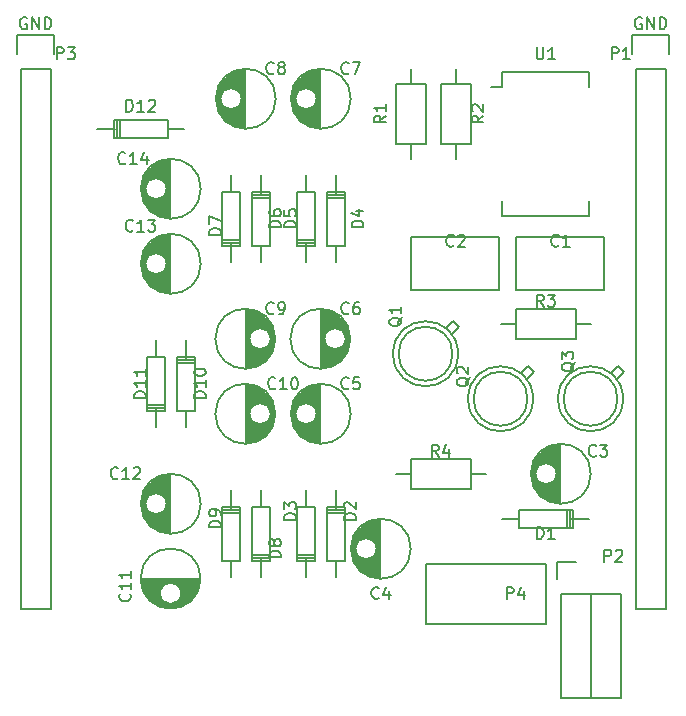
<source format=gbr>
G04 #@! TF.FileFunction,Legend,Top*
%FSLAX46Y46*%
G04 Gerber Fmt 4.6, Leading zero omitted, Abs format (unit mm)*
G04 Created by KiCad (PCBNEW 4.0.3+e1-6302~38~ubuntu16.04.1-stable) date Thu Aug 25 17:13:56 2016*
%MOMM*%
%LPD*%
G01*
G04 APERTURE LIST*
%ADD10C,0.100000*%
%ADD11C,0.150000*%
G04 APERTURE END LIST*
D10*
D11*
X114320000Y-51090000D02*
X121820000Y-51090000D01*
X121820000Y-51090000D02*
X121820000Y-55590000D01*
X121820000Y-55590000D02*
X114320000Y-55590000D01*
X114320000Y-55590000D02*
X114320000Y-51090000D01*
X105430000Y-51090000D02*
X112930000Y-51090000D01*
X112930000Y-51090000D02*
X112930000Y-55590000D01*
X112930000Y-55590000D02*
X105430000Y-55590000D01*
X105430000Y-55590000D02*
X105430000Y-51090000D01*
X114553480Y-74932540D02*
X113156480Y-74932540D01*
X118998480Y-74932540D02*
X120522480Y-74932540D01*
X118617480Y-75694540D02*
X118617480Y-74170540D01*
X118871480Y-75694540D02*
X118871480Y-74170540D01*
X119125480Y-74932540D02*
X119125480Y-74170540D01*
X119125480Y-74170540D02*
X114553480Y-74170540D01*
X114553480Y-74170540D02*
X114553480Y-75694540D01*
X114553480Y-75694540D02*
X119125480Y-75694540D01*
X119125480Y-75694540D02*
X119125480Y-74932540D01*
X99062540Y-78486520D02*
X99062540Y-79883520D01*
X99062540Y-74041520D02*
X99062540Y-72517520D01*
X99824540Y-74422520D02*
X98300540Y-74422520D01*
X99824540Y-74168520D02*
X98300540Y-74168520D01*
X99062540Y-73914520D02*
X98300540Y-73914520D01*
X98300540Y-73914520D02*
X98300540Y-78486520D01*
X98300540Y-78486520D02*
X99824540Y-78486520D01*
X99824540Y-78486520D02*
X99824540Y-73914520D01*
X99824540Y-73914520D02*
X99062540Y-73914520D01*
X96517460Y-73913480D02*
X96517460Y-72516480D01*
X96517460Y-78358480D02*
X96517460Y-79882480D01*
X95755460Y-77977480D02*
X97279460Y-77977480D01*
X95755460Y-78231480D02*
X97279460Y-78231480D01*
X96517460Y-78485480D02*
X97279460Y-78485480D01*
X97279460Y-78485480D02*
X97279460Y-73913480D01*
X97279460Y-73913480D02*
X95755460Y-73913480D01*
X95755460Y-73913480D02*
X95755460Y-78485480D01*
X95755460Y-78485480D02*
X96517460Y-78485480D01*
X99062540Y-51816520D02*
X99062540Y-53213520D01*
X99062540Y-47371520D02*
X99062540Y-45847520D01*
X99824540Y-47752520D02*
X98300540Y-47752520D01*
X99824540Y-47498520D02*
X98300540Y-47498520D01*
X99062540Y-47244520D02*
X98300540Y-47244520D01*
X98300540Y-47244520D02*
X98300540Y-51816520D01*
X98300540Y-51816520D02*
X99824540Y-51816520D01*
X99824540Y-51816520D02*
X99824540Y-47244520D01*
X99824540Y-47244520D02*
X99062540Y-47244520D01*
X96517460Y-47243480D02*
X96517460Y-45846480D01*
X96517460Y-51688480D02*
X96517460Y-53212480D01*
X95755460Y-51307480D02*
X97279460Y-51307480D01*
X95755460Y-51561480D02*
X97279460Y-51561480D01*
X96517460Y-51815480D02*
X97279460Y-51815480D01*
X97279460Y-51815480D02*
X97279460Y-47243480D01*
X97279460Y-47243480D02*
X95755460Y-47243480D01*
X95755460Y-47243480D02*
X95755460Y-51815480D01*
X95755460Y-51815480D02*
X96517460Y-51815480D01*
X90167460Y-47243480D02*
X90167460Y-45846480D01*
X90167460Y-51688480D02*
X90167460Y-53212480D01*
X89405460Y-51307480D02*
X90929460Y-51307480D01*
X89405460Y-51561480D02*
X90929460Y-51561480D01*
X90167460Y-51815480D02*
X90929460Y-51815480D01*
X90929460Y-51815480D02*
X90929460Y-47243480D01*
X90929460Y-47243480D02*
X89405460Y-47243480D01*
X89405460Y-47243480D02*
X89405460Y-51815480D01*
X89405460Y-51815480D02*
X90167460Y-51815480D01*
X92712540Y-51816520D02*
X92712540Y-53213520D01*
X92712540Y-47371520D02*
X92712540Y-45847520D01*
X93474540Y-47752520D02*
X91950540Y-47752520D01*
X93474540Y-47498520D02*
X91950540Y-47498520D01*
X92712540Y-47244520D02*
X91950540Y-47244520D01*
X91950540Y-47244520D02*
X91950540Y-51816520D01*
X91950540Y-51816520D02*
X93474540Y-51816520D01*
X93474540Y-51816520D02*
X93474540Y-47244520D01*
X93474540Y-47244520D02*
X92712540Y-47244520D01*
X92707460Y-73913480D02*
X92707460Y-72516480D01*
X92707460Y-78358480D02*
X92707460Y-79882480D01*
X91945460Y-77977480D02*
X93469460Y-77977480D01*
X91945460Y-78231480D02*
X93469460Y-78231480D01*
X92707460Y-78485480D02*
X93469460Y-78485480D01*
X93469460Y-78485480D02*
X93469460Y-73913480D01*
X93469460Y-73913480D02*
X91945460Y-73913480D01*
X91945460Y-73913480D02*
X91945460Y-78485480D01*
X91945460Y-78485480D02*
X92707460Y-78485480D01*
X90172540Y-78486520D02*
X90172540Y-79883520D01*
X90172540Y-74041520D02*
X90172540Y-72517520D01*
X90934540Y-74422520D02*
X89410540Y-74422520D01*
X90934540Y-74168520D02*
X89410540Y-74168520D01*
X90172540Y-73914520D02*
X89410540Y-73914520D01*
X89410540Y-73914520D02*
X89410540Y-78486520D01*
X89410540Y-78486520D02*
X90934540Y-78486520D01*
X90934540Y-78486520D02*
X90934540Y-73914520D01*
X90934540Y-73914520D02*
X90172540Y-73914520D01*
X86362540Y-65786520D02*
X86362540Y-67183520D01*
X86362540Y-61341520D02*
X86362540Y-59817520D01*
X87124540Y-61722520D02*
X85600540Y-61722520D01*
X87124540Y-61468520D02*
X85600540Y-61468520D01*
X86362540Y-61214520D02*
X85600540Y-61214520D01*
X85600540Y-61214520D02*
X85600540Y-65786520D01*
X85600540Y-65786520D02*
X87124540Y-65786520D01*
X87124540Y-65786520D02*
X87124540Y-61214520D01*
X87124540Y-61214520D02*
X86362540Y-61214520D01*
X83817460Y-61213480D02*
X83817460Y-59816480D01*
X83817460Y-65658480D02*
X83817460Y-67182480D01*
X83055460Y-65277480D02*
X84579460Y-65277480D01*
X83055460Y-65531480D02*
X84579460Y-65531480D01*
X83817460Y-65785480D02*
X84579460Y-65785480D01*
X84579460Y-65785480D02*
X84579460Y-61213480D01*
X84579460Y-61213480D02*
X83055460Y-61213480D01*
X83055460Y-61213480D02*
X83055460Y-65785480D01*
X83055460Y-65785480D02*
X83817460Y-65785480D01*
X84836520Y-41907460D02*
X86233520Y-41907460D01*
X80391520Y-41907460D02*
X78867520Y-41907460D01*
X80772520Y-41145460D02*
X80772520Y-42669460D01*
X80518520Y-41145460D02*
X80518520Y-42669460D01*
X80264520Y-41907460D02*
X80264520Y-42669460D01*
X80264520Y-42669460D02*
X84836520Y-42669460D01*
X84836520Y-42669460D02*
X84836520Y-41145460D01*
X84836520Y-41145460D02*
X80264520Y-41145460D01*
X80264520Y-41145460D02*
X80264520Y-41907460D01*
X106680000Y-38100000D02*
X106680000Y-43180000D01*
X106680000Y-43180000D02*
X104140000Y-43180000D01*
X104140000Y-43180000D02*
X104140000Y-38100000D01*
X104140000Y-38100000D02*
X106680000Y-38100000D01*
X105410000Y-38100000D02*
X105410000Y-36830000D01*
X105410000Y-43180000D02*
X105410000Y-44450000D01*
X110490000Y-38100000D02*
X110490000Y-43180000D01*
X110490000Y-43180000D02*
X107950000Y-43180000D01*
X107950000Y-43180000D02*
X107950000Y-38100000D01*
X107950000Y-38100000D02*
X110490000Y-38100000D01*
X109220000Y-38100000D02*
X109220000Y-36830000D01*
X109220000Y-43180000D02*
X109220000Y-44450000D01*
X114300000Y-57150000D02*
X119380000Y-57150000D01*
X119380000Y-57150000D02*
X119380000Y-59690000D01*
X119380000Y-59690000D02*
X114300000Y-59690000D01*
X114300000Y-59690000D02*
X114300000Y-57150000D01*
X114300000Y-58420000D02*
X113030000Y-58420000D01*
X119380000Y-58420000D02*
X120650000Y-58420000D01*
X110490000Y-72390000D02*
X105410000Y-72390000D01*
X105410000Y-72390000D02*
X105410000Y-69850000D01*
X105410000Y-69850000D02*
X110490000Y-69850000D01*
X110490000Y-69850000D02*
X110490000Y-72390000D01*
X110490000Y-71120000D02*
X111760000Y-71120000D01*
X105410000Y-71120000D02*
X104140000Y-71120000D01*
X113165000Y-37075000D02*
X113165000Y-38345000D01*
X120515000Y-37075000D02*
X120515000Y-38345000D01*
X120515000Y-49285000D02*
X120515000Y-48015000D01*
X113165000Y-49285000D02*
X113165000Y-48015000D01*
X113165000Y-37075000D02*
X120515000Y-37075000D01*
X113165000Y-49285000D02*
X120515000Y-49285000D01*
X113165000Y-38345000D02*
X112230000Y-38345000D01*
X85035000Y-49489000D02*
X85035000Y-44491000D01*
X84895000Y-49481000D02*
X84895000Y-44499000D01*
X84755000Y-49465000D02*
X84755000Y-47085000D01*
X84755000Y-46895000D02*
X84755000Y-44515000D01*
X84615000Y-49441000D02*
X84615000Y-47480000D01*
X84615000Y-46500000D02*
X84615000Y-44539000D01*
X84475000Y-49408000D02*
X84475000Y-47647000D01*
X84475000Y-46333000D02*
X84475000Y-44572000D01*
X84335000Y-49367000D02*
X84335000Y-47754000D01*
X84335000Y-46226000D02*
X84335000Y-44613000D01*
X84195000Y-49317000D02*
X84195000Y-47825000D01*
X84195000Y-46155000D02*
X84195000Y-44663000D01*
X84055000Y-49256000D02*
X84055000Y-47869000D01*
X84055000Y-46111000D02*
X84055000Y-44724000D01*
X83915000Y-49186000D02*
X83915000Y-47888000D01*
X83915000Y-46092000D02*
X83915000Y-44794000D01*
X83775000Y-49104000D02*
X83775000Y-47886000D01*
X83775000Y-46094000D02*
X83775000Y-44876000D01*
X83635000Y-49009000D02*
X83635000Y-47861000D01*
X83635000Y-46119000D02*
X83635000Y-44971000D01*
X83495000Y-48898000D02*
X83495000Y-47813000D01*
X83495000Y-46167000D02*
X83495000Y-45082000D01*
X83355000Y-48770000D02*
X83355000Y-47735000D01*
X83355000Y-46245000D02*
X83355000Y-45210000D01*
X83215000Y-48621000D02*
X83215000Y-47618000D01*
X83215000Y-46362000D02*
X83215000Y-45359000D01*
X83075000Y-48442000D02*
X83075000Y-47430000D01*
X83075000Y-46550000D02*
X83075000Y-45538000D01*
X82935000Y-48223000D02*
X82935000Y-45757000D01*
X82795000Y-47934000D02*
X82795000Y-46046000D01*
X82655000Y-47462000D02*
X82655000Y-46518000D01*
X84760000Y-46990000D02*
G75*
G03X84760000Y-46990000I-900000J0D01*
G01*
X87647500Y-46990000D02*
G75*
G03X87647500Y-46990000I-2537500J0D01*
G01*
X85035000Y-55839000D02*
X85035000Y-50841000D01*
X84895000Y-55831000D02*
X84895000Y-50849000D01*
X84755000Y-55815000D02*
X84755000Y-53435000D01*
X84755000Y-53245000D02*
X84755000Y-50865000D01*
X84615000Y-55791000D02*
X84615000Y-53830000D01*
X84615000Y-52850000D02*
X84615000Y-50889000D01*
X84475000Y-55758000D02*
X84475000Y-53997000D01*
X84475000Y-52683000D02*
X84475000Y-50922000D01*
X84335000Y-55717000D02*
X84335000Y-54104000D01*
X84335000Y-52576000D02*
X84335000Y-50963000D01*
X84195000Y-55667000D02*
X84195000Y-54175000D01*
X84195000Y-52505000D02*
X84195000Y-51013000D01*
X84055000Y-55606000D02*
X84055000Y-54219000D01*
X84055000Y-52461000D02*
X84055000Y-51074000D01*
X83915000Y-55536000D02*
X83915000Y-54238000D01*
X83915000Y-52442000D02*
X83915000Y-51144000D01*
X83775000Y-55454000D02*
X83775000Y-54236000D01*
X83775000Y-52444000D02*
X83775000Y-51226000D01*
X83635000Y-55359000D02*
X83635000Y-54211000D01*
X83635000Y-52469000D02*
X83635000Y-51321000D01*
X83495000Y-55248000D02*
X83495000Y-54163000D01*
X83495000Y-52517000D02*
X83495000Y-51432000D01*
X83355000Y-55120000D02*
X83355000Y-54085000D01*
X83355000Y-52595000D02*
X83355000Y-51560000D01*
X83215000Y-54971000D02*
X83215000Y-53968000D01*
X83215000Y-52712000D02*
X83215000Y-51709000D01*
X83075000Y-54792000D02*
X83075000Y-53780000D01*
X83075000Y-52900000D02*
X83075000Y-51888000D01*
X82935000Y-54573000D02*
X82935000Y-52107000D01*
X82795000Y-54284000D02*
X82795000Y-52396000D01*
X82655000Y-53812000D02*
X82655000Y-52868000D01*
X84760000Y-53340000D02*
G75*
G03X84760000Y-53340000I-900000J0D01*
G01*
X87647500Y-53340000D02*
G75*
G03X87647500Y-53340000I-2537500J0D01*
G01*
X85035000Y-76159000D02*
X85035000Y-71161000D01*
X84895000Y-76151000D02*
X84895000Y-71169000D01*
X84755000Y-76135000D02*
X84755000Y-73755000D01*
X84755000Y-73565000D02*
X84755000Y-71185000D01*
X84615000Y-76111000D02*
X84615000Y-74150000D01*
X84615000Y-73170000D02*
X84615000Y-71209000D01*
X84475000Y-76078000D02*
X84475000Y-74317000D01*
X84475000Y-73003000D02*
X84475000Y-71242000D01*
X84335000Y-76037000D02*
X84335000Y-74424000D01*
X84335000Y-72896000D02*
X84335000Y-71283000D01*
X84195000Y-75987000D02*
X84195000Y-74495000D01*
X84195000Y-72825000D02*
X84195000Y-71333000D01*
X84055000Y-75926000D02*
X84055000Y-74539000D01*
X84055000Y-72781000D02*
X84055000Y-71394000D01*
X83915000Y-75856000D02*
X83915000Y-74558000D01*
X83915000Y-72762000D02*
X83915000Y-71464000D01*
X83775000Y-75774000D02*
X83775000Y-74556000D01*
X83775000Y-72764000D02*
X83775000Y-71546000D01*
X83635000Y-75679000D02*
X83635000Y-74531000D01*
X83635000Y-72789000D02*
X83635000Y-71641000D01*
X83495000Y-75568000D02*
X83495000Y-74483000D01*
X83495000Y-72837000D02*
X83495000Y-71752000D01*
X83355000Y-75440000D02*
X83355000Y-74405000D01*
X83355000Y-72915000D02*
X83355000Y-71880000D01*
X83215000Y-75291000D02*
X83215000Y-74288000D01*
X83215000Y-73032000D02*
X83215000Y-72029000D01*
X83075000Y-75112000D02*
X83075000Y-74100000D01*
X83075000Y-73220000D02*
X83075000Y-72208000D01*
X82935000Y-74893000D02*
X82935000Y-72427000D01*
X82795000Y-74604000D02*
X82795000Y-72716000D01*
X82655000Y-74132000D02*
X82655000Y-73188000D01*
X84760000Y-73660000D02*
G75*
G03X84760000Y-73660000I-900000J0D01*
G01*
X87647500Y-73660000D02*
G75*
G03X87647500Y-73660000I-2537500J0D01*
G01*
X87589000Y-80065000D02*
X82591000Y-80065000D01*
X87581000Y-80205000D02*
X82599000Y-80205000D01*
X87565000Y-80345000D02*
X85185000Y-80345000D01*
X84995000Y-80345000D02*
X82615000Y-80345000D01*
X87541000Y-80485000D02*
X85580000Y-80485000D01*
X84600000Y-80485000D02*
X82639000Y-80485000D01*
X87508000Y-80625000D02*
X85747000Y-80625000D01*
X84433000Y-80625000D02*
X82672000Y-80625000D01*
X87467000Y-80765000D02*
X85854000Y-80765000D01*
X84326000Y-80765000D02*
X82713000Y-80765000D01*
X87417000Y-80905000D02*
X85925000Y-80905000D01*
X84255000Y-80905000D02*
X82763000Y-80905000D01*
X87356000Y-81045000D02*
X85969000Y-81045000D01*
X84211000Y-81045000D02*
X82824000Y-81045000D01*
X87286000Y-81185000D02*
X85988000Y-81185000D01*
X84192000Y-81185000D02*
X82894000Y-81185000D01*
X87204000Y-81325000D02*
X85986000Y-81325000D01*
X84194000Y-81325000D02*
X82976000Y-81325000D01*
X87109000Y-81465000D02*
X85961000Y-81465000D01*
X84219000Y-81465000D02*
X83071000Y-81465000D01*
X86998000Y-81605000D02*
X85913000Y-81605000D01*
X84267000Y-81605000D02*
X83182000Y-81605000D01*
X86870000Y-81745000D02*
X85835000Y-81745000D01*
X84345000Y-81745000D02*
X83310000Y-81745000D01*
X86721000Y-81885000D02*
X85718000Y-81885000D01*
X84462000Y-81885000D02*
X83459000Y-81885000D01*
X86542000Y-82025000D02*
X85530000Y-82025000D01*
X84650000Y-82025000D02*
X83638000Y-82025000D01*
X86323000Y-82165000D02*
X83857000Y-82165000D01*
X86034000Y-82305000D02*
X84146000Y-82305000D01*
X85562000Y-82445000D02*
X84618000Y-82445000D01*
X85990000Y-81240000D02*
G75*
G03X85990000Y-81240000I-900000J0D01*
G01*
X87627500Y-79990000D02*
G75*
G03X87627500Y-79990000I-2537500J0D01*
G01*
X91495000Y-63541000D02*
X91495000Y-68539000D01*
X91635000Y-63549000D02*
X91635000Y-68531000D01*
X91775000Y-63565000D02*
X91775000Y-65945000D01*
X91775000Y-66135000D02*
X91775000Y-68515000D01*
X91915000Y-63589000D02*
X91915000Y-65550000D01*
X91915000Y-66530000D02*
X91915000Y-68491000D01*
X92055000Y-63622000D02*
X92055000Y-65383000D01*
X92055000Y-66697000D02*
X92055000Y-68458000D01*
X92195000Y-63663000D02*
X92195000Y-65276000D01*
X92195000Y-66804000D02*
X92195000Y-68417000D01*
X92335000Y-63713000D02*
X92335000Y-65205000D01*
X92335000Y-66875000D02*
X92335000Y-68367000D01*
X92475000Y-63774000D02*
X92475000Y-65161000D01*
X92475000Y-66919000D02*
X92475000Y-68306000D01*
X92615000Y-63844000D02*
X92615000Y-65142000D01*
X92615000Y-66938000D02*
X92615000Y-68236000D01*
X92755000Y-63926000D02*
X92755000Y-65144000D01*
X92755000Y-66936000D02*
X92755000Y-68154000D01*
X92895000Y-64021000D02*
X92895000Y-65169000D01*
X92895000Y-66911000D02*
X92895000Y-68059000D01*
X93035000Y-64132000D02*
X93035000Y-65217000D01*
X93035000Y-66863000D02*
X93035000Y-67948000D01*
X93175000Y-64260000D02*
X93175000Y-65295000D01*
X93175000Y-66785000D02*
X93175000Y-67820000D01*
X93315000Y-64409000D02*
X93315000Y-65412000D01*
X93315000Y-66668000D02*
X93315000Y-67671000D01*
X93455000Y-64588000D02*
X93455000Y-65600000D01*
X93455000Y-66480000D02*
X93455000Y-67492000D01*
X93595000Y-64807000D02*
X93595000Y-67273000D01*
X93735000Y-65096000D02*
X93735000Y-66984000D01*
X93875000Y-65568000D02*
X93875000Y-66512000D01*
X93570000Y-66040000D02*
G75*
G03X93570000Y-66040000I-900000J0D01*
G01*
X93957500Y-66040000D02*
G75*
G03X93957500Y-66040000I-2537500J0D01*
G01*
X91495000Y-57191000D02*
X91495000Y-62189000D01*
X91635000Y-57199000D02*
X91635000Y-62181000D01*
X91775000Y-57215000D02*
X91775000Y-59595000D01*
X91775000Y-59785000D02*
X91775000Y-62165000D01*
X91915000Y-57239000D02*
X91915000Y-59200000D01*
X91915000Y-60180000D02*
X91915000Y-62141000D01*
X92055000Y-57272000D02*
X92055000Y-59033000D01*
X92055000Y-60347000D02*
X92055000Y-62108000D01*
X92195000Y-57313000D02*
X92195000Y-58926000D01*
X92195000Y-60454000D02*
X92195000Y-62067000D01*
X92335000Y-57363000D02*
X92335000Y-58855000D01*
X92335000Y-60525000D02*
X92335000Y-62017000D01*
X92475000Y-57424000D02*
X92475000Y-58811000D01*
X92475000Y-60569000D02*
X92475000Y-61956000D01*
X92615000Y-57494000D02*
X92615000Y-58792000D01*
X92615000Y-60588000D02*
X92615000Y-61886000D01*
X92755000Y-57576000D02*
X92755000Y-58794000D01*
X92755000Y-60586000D02*
X92755000Y-61804000D01*
X92895000Y-57671000D02*
X92895000Y-58819000D01*
X92895000Y-60561000D02*
X92895000Y-61709000D01*
X93035000Y-57782000D02*
X93035000Y-58867000D01*
X93035000Y-60513000D02*
X93035000Y-61598000D01*
X93175000Y-57910000D02*
X93175000Y-58945000D01*
X93175000Y-60435000D02*
X93175000Y-61470000D01*
X93315000Y-58059000D02*
X93315000Y-59062000D01*
X93315000Y-60318000D02*
X93315000Y-61321000D01*
X93455000Y-58238000D02*
X93455000Y-59250000D01*
X93455000Y-60130000D02*
X93455000Y-61142000D01*
X93595000Y-58457000D02*
X93595000Y-60923000D01*
X93735000Y-58746000D02*
X93735000Y-60634000D01*
X93875000Y-59218000D02*
X93875000Y-60162000D01*
X93570000Y-59690000D02*
G75*
G03X93570000Y-59690000I-900000J0D01*
G01*
X93957500Y-59690000D02*
G75*
G03X93957500Y-59690000I-2537500J0D01*
G01*
X91385000Y-41869000D02*
X91385000Y-36871000D01*
X91245000Y-41861000D02*
X91245000Y-36879000D01*
X91105000Y-41845000D02*
X91105000Y-39465000D01*
X91105000Y-39275000D02*
X91105000Y-36895000D01*
X90965000Y-41821000D02*
X90965000Y-39860000D01*
X90965000Y-38880000D02*
X90965000Y-36919000D01*
X90825000Y-41788000D02*
X90825000Y-40027000D01*
X90825000Y-38713000D02*
X90825000Y-36952000D01*
X90685000Y-41747000D02*
X90685000Y-40134000D01*
X90685000Y-38606000D02*
X90685000Y-36993000D01*
X90545000Y-41697000D02*
X90545000Y-40205000D01*
X90545000Y-38535000D02*
X90545000Y-37043000D01*
X90405000Y-41636000D02*
X90405000Y-40249000D01*
X90405000Y-38491000D02*
X90405000Y-37104000D01*
X90265000Y-41566000D02*
X90265000Y-40268000D01*
X90265000Y-38472000D02*
X90265000Y-37174000D01*
X90125000Y-41484000D02*
X90125000Y-40266000D01*
X90125000Y-38474000D02*
X90125000Y-37256000D01*
X89985000Y-41389000D02*
X89985000Y-40241000D01*
X89985000Y-38499000D02*
X89985000Y-37351000D01*
X89845000Y-41278000D02*
X89845000Y-40193000D01*
X89845000Y-38547000D02*
X89845000Y-37462000D01*
X89705000Y-41150000D02*
X89705000Y-40115000D01*
X89705000Y-38625000D02*
X89705000Y-37590000D01*
X89565000Y-41001000D02*
X89565000Y-39998000D01*
X89565000Y-38742000D02*
X89565000Y-37739000D01*
X89425000Y-40822000D02*
X89425000Y-39810000D01*
X89425000Y-38930000D02*
X89425000Y-37918000D01*
X89285000Y-40603000D02*
X89285000Y-38137000D01*
X89145000Y-40314000D02*
X89145000Y-38426000D01*
X89005000Y-39842000D02*
X89005000Y-38898000D01*
X91110000Y-39370000D02*
G75*
G03X91110000Y-39370000I-900000J0D01*
G01*
X93997500Y-39370000D02*
G75*
G03X93997500Y-39370000I-2537500J0D01*
G01*
X97735000Y-41869000D02*
X97735000Y-36871000D01*
X97595000Y-41861000D02*
X97595000Y-36879000D01*
X97455000Y-41845000D02*
X97455000Y-39465000D01*
X97455000Y-39275000D02*
X97455000Y-36895000D01*
X97315000Y-41821000D02*
X97315000Y-39860000D01*
X97315000Y-38880000D02*
X97315000Y-36919000D01*
X97175000Y-41788000D02*
X97175000Y-40027000D01*
X97175000Y-38713000D02*
X97175000Y-36952000D01*
X97035000Y-41747000D02*
X97035000Y-40134000D01*
X97035000Y-38606000D02*
X97035000Y-36993000D01*
X96895000Y-41697000D02*
X96895000Y-40205000D01*
X96895000Y-38535000D02*
X96895000Y-37043000D01*
X96755000Y-41636000D02*
X96755000Y-40249000D01*
X96755000Y-38491000D02*
X96755000Y-37104000D01*
X96615000Y-41566000D02*
X96615000Y-40268000D01*
X96615000Y-38472000D02*
X96615000Y-37174000D01*
X96475000Y-41484000D02*
X96475000Y-40266000D01*
X96475000Y-38474000D02*
X96475000Y-37256000D01*
X96335000Y-41389000D02*
X96335000Y-40241000D01*
X96335000Y-38499000D02*
X96335000Y-37351000D01*
X96195000Y-41278000D02*
X96195000Y-40193000D01*
X96195000Y-38547000D02*
X96195000Y-37462000D01*
X96055000Y-41150000D02*
X96055000Y-40115000D01*
X96055000Y-38625000D02*
X96055000Y-37590000D01*
X95915000Y-41001000D02*
X95915000Y-39998000D01*
X95915000Y-38742000D02*
X95915000Y-37739000D01*
X95775000Y-40822000D02*
X95775000Y-39810000D01*
X95775000Y-38930000D02*
X95775000Y-37918000D01*
X95635000Y-40603000D02*
X95635000Y-38137000D01*
X95495000Y-40314000D02*
X95495000Y-38426000D01*
X95355000Y-39842000D02*
X95355000Y-38898000D01*
X97460000Y-39370000D02*
G75*
G03X97460000Y-39370000I-900000J0D01*
G01*
X100347500Y-39370000D02*
G75*
G03X100347500Y-39370000I-2537500J0D01*
G01*
X97845000Y-57191000D02*
X97845000Y-62189000D01*
X97985000Y-57199000D02*
X97985000Y-62181000D01*
X98125000Y-57215000D02*
X98125000Y-59595000D01*
X98125000Y-59785000D02*
X98125000Y-62165000D01*
X98265000Y-57239000D02*
X98265000Y-59200000D01*
X98265000Y-60180000D02*
X98265000Y-62141000D01*
X98405000Y-57272000D02*
X98405000Y-59033000D01*
X98405000Y-60347000D02*
X98405000Y-62108000D01*
X98545000Y-57313000D02*
X98545000Y-58926000D01*
X98545000Y-60454000D02*
X98545000Y-62067000D01*
X98685000Y-57363000D02*
X98685000Y-58855000D01*
X98685000Y-60525000D02*
X98685000Y-62017000D01*
X98825000Y-57424000D02*
X98825000Y-58811000D01*
X98825000Y-60569000D02*
X98825000Y-61956000D01*
X98965000Y-57494000D02*
X98965000Y-58792000D01*
X98965000Y-60588000D02*
X98965000Y-61886000D01*
X99105000Y-57576000D02*
X99105000Y-58794000D01*
X99105000Y-60586000D02*
X99105000Y-61804000D01*
X99245000Y-57671000D02*
X99245000Y-58819000D01*
X99245000Y-60561000D02*
X99245000Y-61709000D01*
X99385000Y-57782000D02*
X99385000Y-58867000D01*
X99385000Y-60513000D02*
X99385000Y-61598000D01*
X99525000Y-57910000D02*
X99525000Y-58945000D01*
X99525000Y-60435000D02*
X99525000Y-61470000D01*
X99665000Y-58059000D02*
X99665000Y-59062000D01*
X99665000Y-60318000D02*
X99665000Y-61321000D01*
X99805000Y-58238000D02*
X99805000Y-59250000D01*
X99805000Y-60130000D02*
X99805000Y-61142000D01*
X99945000Y-58457000D02*
X99945000Y-60923000D01*
X100085000Y-58746000D02*
X100085000Y-60634000D01*
X100225000Y-59218000D02*
X100225000Y-60162000D01*
X99920000Y-59690000D02*
G75*
G03X99920000Y-59690000I-900000J0D01*
G01*
X100307500Y-59690000D02*
G75*
G03X100307500Y-59690000I-2537500J0D01*
G01*
X97735000Y-68539000D02*
X97735000Y-63541000D01*
X97595000Y-68531000D02*
X97595000Y-63549000D01*
X97455000Y-68515000D02*
X97455000Y-66135000D01*
X97455000Y-65945000D02*
X97455000Y-63565000D01*
X97315000Y-68491000D02*
X97315000Y-66530000D01*
X97315000Y-65550000D02*
X97315000Y-63589000D01*
X97175000Y-68458000D02*
X97175000Y-66697000D01*
X97175000Y-65383000D02*
X97175000Y-63622000D01*
X97035000Y-68417000D02*
X97035000Y-66804000D01*
X97035000Y-65276000D02*
X97035000Y-63663000D01*
X96895000Y-68367000D02*
X96895000Y-66875000D01*
X96895000Y-65205000D02*
X96895000Y-63713000D01*
X96755000Y-68306000D02*
X96755000Y-66919000D01*
X96755000Y-65161000D02*
X96755000Y-63774000D01*
X96615000Y-68236000D02*
X96615000Y-66938000D01*
X96615000Y-65142000D02*
X96615000Y-63844000D01*
X96475000Y-68154000D02*
X96475000Y-66936000D01*
X96475000Y-65144000D02*
X96475000Y-63926000D01*
X96335000Y-68059000D02*
X96335000Y-66911000D01*
X96335000Y-65169000D02*
X96335000Y-64021000D01*
X96195000Y-67948000D02*
X96195000Y-66863000D01*
X96195000Y-65217000D02*
X96195000Y-64132000D01*
X96055000Y-67820000D02*
X96055000Y-66785000D01*
X96055000Y-65295000D02*
X96055000Y-64260000D01*
X95915000Y-67671000D02*
X95915000Y-66668000D01*
X95915000Y-65412000D02*
X95915000Y-64409000D01*
X95775000Y-67492000D02*
X95775000Y-66480000D01*
X95775000Y-65600000D02*
X95775000Y-64588000D01*
X95635000Y-67273000D02*
X95635000Y-64807000D01*
X95495000Y-66984000D02*
X95495000Y-65096000D01*
X95355000Y-66512000D02*
X95355000Y-65568000D01*
X97460000Y-66040000D02*
G75*
G03X97460000Y-66040000I-900000J0D01*
G01*
X100347500Y-66040000D02*
G75*
G03X100347500Y-66040000I-2537500J0D01*
G01*
X102815000Y-79969000D02*
X102815000Y-74971000D01*
X102675000Y-79961000D02*
X102675000Y-74979000D01*
X102535000Y-79945000D02*
X102535000Y-77565000D01*
X102535000Y-77375000D02*
X102535000Y-74995000D01*
X102395000Y-79921000D02*
X102395000Y-77960000D01*
X102395000Y-76980000D02*
X102395000Y-75019000D01*
X102255000Y-79888000D02*
X102255000Y-78127000D01*
X102255000Y-76813000D02*
X102255000Y-75052000D01*
X102115000Y-79847000D02*
X102115000Y-78234000D01*
X102115000Y-76706000D02*
X102115000Y-75093000D01*
X101975000Y-79797000D02*
X101975000Y-78305000D01*
X101975000Y-76635000D02*
X101975000Y-75143000D01*
X101835000Y-79736000D02*
X101835000Y-78349000D01*
X101835000Y-76591000D02*
X101835000Y-75204000D01*
X101695000Y-79666000D02*
X101695000Y-78368000D01*
X101695000Y-76572000D02*
X101695000Y-75274000D01*
X101555000Y-79584000D02*
X101555000Y-78366000D01*
X101555000Y-76574000D02*
X101555000Y-75356000D01*
X101415000Y-79489000D02*
X101415000Y-78341000D01*
X101415000Y-76599000D02*
X101415000Y-75451000D01*
X101275000Y-79378000D02*
X101275000Y-78293000D01*
X101275000Y-76647000D02*
X101275000Y-75562000D01*
X101135000Y-79250000D02*
X101135000Y-78215000D01*
X101135000Y-76725000D02*
X101135000Y-75690000D01*
X100995000Y-79101000D02*
X100995000Y-78098000D01*
X100995000Y-76842000D02*
X100995000Y-75839000D01*
X100855000Y-78922000D02*
X100855000Y-77910000D01*
X100855000Y-77030000D02*
X100855000Y-76018000D01*
X100715000Y-78703000D02*
X100715000Y-76237000D01*
X100575000Y-78414000D02*
X100575000Y-76526000D01*
X100435000Y-77942000D02*
X100435000Y-76998000D01*
X102540000Y-77470000D02*
G75*
G03X102540000Y-77470000I-900000J0D01*
G01*
X105427500Y-77470000D02*
G75*
G03X105427500Y-77470000I-2537500J0D01*
G01*
X118055000Y-73619000D02*
X118055000Y-68621000D01*
X117915000Y-73611000D02*
X117915000Y-68629000D01*
X117775000Y-73595000D02*
X117775000Y-71215000D01*
X117775000Y-71025000D02*
X117775000Y-68645000D01*
X117635000Y-73571000D02*
X117635000Y-71610000D01*
X117635000Y-70630000D02*
X117635000Y-68669000D01*
X117495000Y-73538000D02*
X117495000Y-71777000D01*
X117495000Y-70463000D02*
X117495000Y-68702000D01*
X117355000Y-73497000D02*
X117355000Y-71884000D01*
X117355000Y-70356000D02*
X117355000Y-68743000D01*
X117215000Y-73447000D02*
X117215000Y-71955000D01*
X117215000Y-70285000D02*
X117215000Y-68793000D01*
X117075000Y-73386000D02*
X117075000Y-71999000D01*
X117075000Y-70241000D02*
X117075000Y-68854000D01*
X116935000Y-73316000D02*
X116935000Y-72018000D01*
X116935000Y-70222000D02*
X116935000Y-68924000D01*
X116795000Y-73234000D02*
X116795000Y-72016000D01*
X116795000Y-70224000D02*
X116795000Y-69006000D01*
X116655000Y-73139000D02*
X116655000Y-71991000D01*
X116655000Y-70249000D02*
X116655000Y-69101000D01*
X116515000Y-73028000D02*
X116515000Y-71943000D01*
X116515000Y-70297000D02*
X116515000Y-69212000D01*
X116375000Y-72900000D02*
X116375000Y-71865000D01*
X116375000Y-70375000D02*
X116375000Y-69340000D01*
X116235000Y-72751000D02*
X116235000Y-71748000D01*
X116235000Y-70492000D02*
X116235000Y-69489000D01*
X116095000Y-72572000D02*
X116095000Y-71560000D01*
X116095000Y-70680000D02*
X116095000Y-69668000D01*
X115955000Y-72353000D02*
X115955000Y-69887000D01*
X115815000Y-72064000D02*
X115815000Y-70176000D01*
X115675000Y-71592000D02*
X115675000Y-70648000D01*
X117780000Y-71120000D02*
G75*
G03X117780000Y-71120000I-900000J0D01*
G01*
X120667500Y-71120000D02*
G75*
G03X120667500Y-71120000I-2537500J0D01*
G01*
X108966000Y-58166000D02*
X108458000Y-58674000D01*
X108966000Y-59182000D02*
X109474000Y-58674000D01*
X109474000Y-58674000D02*
X108966000Y-58166000D01*
X108966000Y-60960000D02*
G75*
G03X108966000Y-60960000I-2286000J0D01*
G01*
X109430000Y-60960000D02*
G75*
G03X109430000Y-60960000I-2750000J0D01*
G01*
X122936000Y-61976000D02*
X122428000Y-62484000D01*
X122936000Y-62992000D02*
X123444000Y-62484000D01*
X123444000Y-62484000D02*
X122936000Y-61976000D01*
X122936000Y-64770000D02*
G75*
G03X122936000Y-64770000I-2286000J0D01*
G01*
X123400000Y-64770000D02*
G75*
G03X123400000Y-64770000I-2750000J0D01*
G01*
X115316000Y-61976000D02*
X114808000Y-62484000D01*
X115316000Y-62992000D02*
X115824000Y-62484000D01*
X115824000Y-62484000D02*
X115316000Y-61976000D01*
X115316000Y-64770000D02*
G75*
G03X115316000Y-64770000I-2286000J0D01*
G01*
X115780000Y-64770000D02*
G75*
G03X115780000Y-64770000I-2750000J0D01*
G01*
X123190000Y-90110000D02*
X123190000Y-81280000D01*
X120650000Y-90110000D02*
X123190000Y-90110000D01*
X120650000Y-81280000D02*
X120650000Y-90110000D01*
X120650000Y-81280000D02*
X123190000Y-81280000D01*
X118110000Y-81280000D02*
X120650000Y-81280000D01*
X119380000Y-78610000D02*
X117830000Y-78610000D01*
X117830000Y-78610000D02*
X117830000Y-80010000D01*
X118110000Y-81280000D02*
X118110000Y-90110000D01*
X118110000Y-90110000D02*
X120650000Y-90110000D01*
X120650000Y-90110000D02*
X120650000Y-81280000D01*
X106680000Y-78740000D02*
X116840000Y-78740000D01*
X116840000Y-78740000D02*
X116840000Y-83820000D01*
X116840000Y-83820000D02*
X106680000Y-83820000D01*
X106680000Y-83820000D02*
X106680000Y-78740000D01*
X124460000Y-36830000D02*
X124460000Y-82550000D01*
X124460000Y-82550000D02*
X127000000Y-82550000D01*
X127000000Y-82550000D02*
X127000000Y-36830000D01*
X124180000Y-34010000D02*
X124180000Y-35560000D01*
X124460000Y-36830000D02*
X127000000Y-36830000D01*
X127280000Y-35560000D02*
X127280000Y-34010000D01*
X127280000Y-34010000D02*
X124180000Y-34010000D01*
X72390000Y-36830000D02*
X72390000Y-82550000D01*
X72390000Y-82550000D02*
X74930000Y-82550000D01*
X74930000Y-82550000D02*
X74930000Y-36830000D01*
X72110000Y-34010000D02*
X72110000Y-35560000D01*
X72390000Y-36830000D02*
X74930000Y-36830000D01*
X75210000Y-35560000D02*
X75210000Y-34010000D01*
X75210000Y-34010000D02*
X72110000Y-34010000D01*
X117943334Y-51792143D02*
X117895715Y-51839762D01*
X117752858Y-51887381D01*
X117657620Y-51887381D01*
X117514762Y-51839762D01*
X117419524Y-51744524D01*
X117371905Y-51649286D01*
X117324286Y-51458810D01*
X117324286Y-51315952D01*
X117371905Y-51125476D01*
X117419524Y-51030238D01*
X117514762Y-50935000D01*
X117657620Y-50887381D01*
X117752858Y-50887381D01*
X117895715Y-50935000D01*
X117943334Y-50982619D01*
X118895715Y-51887381D02*
X118324286Y-51887381D01*
X118610000Y-51887381D02*
X118610000Y-50887381D01*
X118514762Y-51030238D01*
X118419524Y-51125476D01*
X118324286Y-51173095D01*
X109053334Y-51792143D02*
X109005715Y-51839762D01*
X108862858Y-51887381D01*
X108767620Y-51887381D01*
X108624762Y-51839762D01*
X108529524Y-51744524D01*
X108481905Y-51649286D01*
X108434286Y-51458810D01*
X108434286Y-51315952D01*
X108481905Y-51125476D01*
X108529524Y-51030238D01*
X108624762Y-50935000D01*
X108767620Y-50887381D01*
X108862858Y-50887381D01*
X109005715Y-50935000D01*
X109053334Y-50982619D01*
X109434286Y-50982619D02*
X109481905Y-50935000D01*
X109577143Y-50887381D01*
X109815239Y-50887381D01*
X109910477Y-50935000D01*
X109958096Y-50982619D01*
X110005715Y-51077857D01*
X110005715Y-51173095D01*
X109958096Y-51315952D01*
X109386667Y-51887381D01*
X110005715Y-51887381D01*
X116101905Y-76652381D02*
X116101905Y-75652381D01*
X116340000Y-75652381D01*
X116482858Y-75700000D01*
X116578096Y-75795238D01*
X116625715Y-75890476D01*
X116673334Y-76080952D01*
X116673334Y-76223810D01*
X116625715Y-76414286D01*
X116578096Y-76509524D01*
X116482858Y-76604762D01*
X116340000Y-76652381D01*
X116101905Y-76652381D01*
X117625715Y-76652381D02*
X117054286Y-76652381D01*
X117340000Y-76652381D02*
X117340000Y-75652381D01*
X117244762Y-75795238D01*
X117149524Y-75890476D01*
X117054286Y-75938095D01*
X100782381Y-75033095D02*
X99782381Y-75033095D01*
X99782381Y-74795000D01*
X99830000Y-74652142D01*
X99925238Y-74556904D01*
X100020476Y-74509285D01*
X100210952Y-74461666D01*
X100353810Y-74461666D01*
X100544286Y-74509285D01*
X100639524Y-74556904D01*
X100734762Y-74652142D01*
X100782381Y-74795000D01*
X100782381Y-75033095D01*
X99877619Y-74080714D02*
X99830000Y-74033095D01*
X99782381Y-73937857D01*
X99782381Y-73699761D01*
X99830000Y-73604523D01*
X99877619Y-73556904D01*
X99972857Y-73509285D01*
X100068095Y-73509285D01*
X100210952Y-73556904D01*
X100782381Y-74128333D01*
X100782381Y-73509285D01*
X95702381Y-75033095D02*
X94702381Y-75033095D01*
X94702381Y-74795000D01*
X94750000Y-74652142D01*
X94845238Y-74556904D01*
X94940476Y-74509285D01*
X95130952Y-74461666D01*
X95273810Y-74461666D01*
X95464286Y-74509285D01*
X95559524Y-74556904D01*
X95654762Y-74652142D01*
X95702381Y-74795000D01*
X95702381Y-75033095D01*
X94702381Y-74128333D02*
X94702381Y-73509285D01*
X95083333Y-73842619D01*
X95083333Y-73699761D01*
X95130952Y-73604523D01*
X95178571Y-73556904D01*
X95273810Y-73509285D01*
X95511905Y-73509285D01*
X95607143Y-73556904D01*
X95654762Y-73604523D01*
X95702381Y-73699761D01*
X95702381Y-73985476D01*
X95654762Y-74080714D01*
X95607143Y-74128333D01*
X101417381Y-50268095D02*
X100417381Y-50268095D01*
X100417381Y-50030000D01*
X100465000Y-49887142D01*
X100560238Y-49791904D01*
X100655476Y-49744285D01*
X100845952Y-49696666D01*
X100988810Y-49696666D01*
X101179286Y-49744285D01*
X101274524Y-49791904D01*
X101369762Y-49887142D01*
X101417381Y-50030000D01*
X101417381Y-50268095D01*
X100750714Y-48839523D02*
X101417381Y-48839523D01*
X100369762Y-49077619D02*
X101084048Y-49315714D01*
X101084048Y-48696666D01*
X95702381Y-50268095D02*
X94702381Y-50268095D01*
X94702381Y-50030000D01*
X94750000Y-49887142D01*
X94845238Y-49791904D01*
X94940476Y-49744285D01*
X95130952Y-49696666D01*
X95273810Y-49696666D01*
X95464286Y-49744285D01*
X95559524Y-49791904D01*
X95654762Y-49887142D01*
X95702381Y-50030000D01*
X95702381Y-50268095D01*
X94702381Y-48791904D02*
X94702381Y-49268095D01*
X95178571Y-49315714D01*
X95130952Y-49268095D01*
X95083333Y-49172857D01*
X95083333Y-48934761D01*
X95130952Y-48839523D01*
X95178571Y-48791904D01*
X95273810Y-48744285D01*
X95511905Y-48744285D01*
X95607143Y-48791904D01*
X95654762Y-48839523D01*
X95702381Y-48934761D01*
X95702381Y-49172857D01*
X95654762Y-49268095D01*
X95607143Y-49315714D01*
X94432381Y-50268095D02*
X93432381Y-50268095D01*
X93432381Y-50030000D01*
X93480000Y-49887142D01*
X93575238Y-49791904D01*
X93670476Y-49744285D01*
X93860952Y-49696666D01*
X94003810Y-49696666D01*
X94194286Y-49744285D01*
X94289524Y-49791904D01*
X94384762Y-49887142D01*
X94432381Y-50030000D01*
X94432381Y-50268095D01*
X93432381Y-48839523D02*
X93432381Y-49030000D01*
X93480000Y-49125238D01*
X93527619Y-49172857D01*
X93670476Y-49268095D01*
X93860952Y-49315714D01*
X94241905Y-49315714D01*
X94337143Y-49268095D01*
X94384762Y-49220476D01*
X94432381Y-49125238D01*
X94432381Y-48934761D01*
X94384762Y-48839523D01*
X94337143Y-48791904D01*
X94241905Y-48744285D01*
X94003810Y-48744285D01*
X93908571Y-48791904D01*
X93860952Y-48839523D01*
X93813333Y-48934761D01*
X93813333Y-49125238D01*
X93860952Y-49220476D01*
X93908571Y-49268095D01*
X94003810Y-49315714D01*
X89352381Y-50903095D02*
X88352381Y-50903095D01*
X88352381Y-50665000D01*
X88400000Y-50522142D01*
X88495238Y-50426904D01*
X88590476Y-50379285D01*
X88780952Y-50331666D01*
X88923810Y-50331666D01*
X89114286Y-50379285D01*
X89209524Y-50426904D01*
X89304762Y-50522142D01*
X89352381Y-50665000D01*
X89352381Y-50903095D01*
X88352381Y-49998333D02*
X88352381Y-49331666D01*
X89352381Y-49760238D01*
X94432381Y-78208095D02*
X93432381Y-78208095D01*
X93432381Y-77970000D01*
X93480000Y-77827142D01*
X93575238Y-77731904D01*
X93670476Y-77684285D01*
X93860952Y-77636666D01*
X94003810Y-77636666D01*
X94194286Y-77684285D01*
X94289524Y-77731904D01*
X94384762Y-77827142D01*
X94432381Y-77970000D01*
X94432381Y-78208095D01*
X93860952Y-77065238D02*
X93813333Y-77160476D01*
X93765714Y-77208095D01*
X93670476Y-77255714D01*
X93622857Y-77255714D01*
X93527619Y-77208095D01*
X93480000Y-77160476D01*
X93432381Y-77065238D01*
X93432381Y-76874761D01*
X93480000Y-76779523D01*
X93527619Y-76731904D01*
X93622857Y-76684285D01*
X93670476Y-76684285D01*
X93765714Y-76731904D01*
X93813333Y-76779523D01*
X93860952Y-76874761D01*
X93860952Y-77065238D01*
X93908571Y-77160476D01*
X93956190Y-77208095D01*
X94051429Y-77255714D01*
X94241905Y-77255714D01*
X94337143Y-77208095D01*
X94384762Y-77160476D01*
X94432381Y-77065238D01*
X94432381Y-76874761D01*
X94384762Y-76779523D01*
X94337143Y-76731904D01*
X94241905Y-76684285D01*
X94051429Y-76684285D01*
X93956190Y-76731904D01*
X93908571Y-76779523D01*
X93860952Y-76874761D01*
X89352381Y-75668095D02*
X88352381Y-75668095D01*
X88352381Y-75430000D01*
X88400000Y-75287142D01*
X88495238Y-75191904D01*
X88590476Y-75144285D01*
X88780952Y-75096666D01*
X88923810Y-75096666D01*
X89114286Y-75144285D01*
X89209524Y-75191904D01*
X89304762Y-75287142D01*
X89352381Y-75430000D01*
X89352381Y-75668095D01*
X89352381Y-74620476D02*
X89352381Y-74430000D01*
X89304762Y-74334761D01*
X89257143Y-74287142D01*
X89114286Y-74191904D01*
X88923810Y-74144285D01*
X88542857Y-74144285D01*
X88447619Y-74191904D01*
X88400000Y-74239523D01*
X88352381Y-74334761D01*
X88352381Y-74525238D01*
X88400000Y-74620476D01*
X88447619Y-74668095D01*
X88542857Y-74715714D01*
X88780952Y-74715714D01*
X88876190Y-74668095D01*
X88923810Y-74620476D01*
X88971429Y-74525238D01*
X88971429Y-74334761D01*
X88923810Y-74239523D01*
X88876190Y-74191904D01*
X88780952Y-74144285D01*
X88082381Y-64714286D02*
X87082381Y-64714286D01*
X87082381Y-64476191D01*
X87130000Y-64333333D01*
X87225238Y-64238095D01*
X87320476Y-64190476D01*
X87510952Y-64142857D01*
X87653810Y-64142857D01*
X87844286Y-64190476D01*
X87939524Y-64238095D01*
X88034762Y-64333333D01*
X88082381Y-64476191D01*
X88082381Y-64714286D01*
X88082381Y-63190476D02*
X88082381Y-63761905D01*
X88082381Y-63476191D02*
X87082381Y-63476191D01*
X87225238Y-63571429D01*
X87320476Y-63666667D01*
X87368095Y-63761905D01*
X87082381Y-62571429D02*
X87082381Y-62476190D01*
X87130000Y-62380952D01*
X87177619Y-62333333D01*
X87272857Y-62285714D01*
X87463333Y-62238095D01*
X87701429Y-62238095D01*
X87891905Y-62285714D01*
X87987143Y-62333333D01*
X88034762Y-62380952D01*
X88082381Y-62476190D01*
X88082381Y-62571429D01*
X88034762Y-62666667D01*
X87987143Y-62714286D01*
X87891905Y-62761905D01*
X87701429Y-62809524D01*
X87463333Y-62809524D01*
X87272857Y-62761905D01*
X87177619Y-62714286D01*
X87130000Y-62666667D01*
X87082381Y-62571429D01*
X83002381Y-64714286D02*
X82002381Y-64714286D01*
X82002381Y-64476191D01*
X82050000Y-64333333D01*
X82145238Y-64238095D01*
X82240476Y-64190476D01*
X82430952Y-64142857D01*
X82573810Y-64142857D01*
X82764286Y-64190476D01*
X82859524Y-64238095D01*
X82954762Y-64333333D01*
X83002381Y-64476191D01*
X83002381Y-64714286D01*
X83002381Y-63190476D02*
X83002381Y-63761905D01*
X83002381Y-63476191D02*
X82002381Y-63476191D01*
X82145238Y-63571429D01*
X82240476Y-63666667D01*
X82288095Y-63761905D01*
X83002381Y-62238095D02*
X83002381Y-62809524D01*
X83002381Y-62523810D02*
X82002381Y-62523810D01*
X82145238Y-62619048D01*
X82240476Y-62714286D01*
X82288095Y-62809524D01*
X81335714Y-40457381D02*
X81335714Y-39457381D01*
X81573809Y-39457381D01*
X81716667Y-39505000D01*
X81811905Y-39600238D01*
X81859524Y-39695476D01*
X81907143Y-39885952D01*
X81907143Y-40028810D01*
X81859524Y-40219286D01*
X81811905Y-40314524D01*
X81716667Y-40409762D01*
X81573809Y-40457381D01*
X81335714Y-40457381D01*
X82859524Y-40457381D02*
X82288095Y-40457381D01*
X82573809Y-40457381D02*
X82573809Y-39457381D01*
X82478571Y-39600238D01*
X82383333Y-39695476D01*
X82288095Y-39743095D01*
X83240476Y-39552619D02*
X83288095Y-39505000D01*
X83383333Y-39457381D01*
X83621429Y-39457381D01*
X83716667Y-39505000D01*
X83764286Y-39552619D01*
X83811905Y-39647857D01*
X83811905Y-39743095D01*
X83764286Y-39885952D01*
X83192857Y-40457381D01*
X83811905Y-40457381D01*
X103322381Y-40806666D02*
X102846190Y-41140000D01*
X103322381Y-41378095D02*
X102322381Y-41378095D01*
X102322381Y-40997142D01*
X102370000Y-40901904D01*
X102417619Y-40854285D01*
X102512857Y-40806666D01*
X102655714Y-40806666D01*
X102750952Y-40854285D01*
X102798571Y-40901904D01*
X102846190Y-40997142D01*
X102846190Y-41378095D01*
X103322381Y-39854285D02*
X103322381Y-40425714D01*
X103322381Y-40140000D02*
X102322381Y-40140000D01*
X102465238Y-40235238D01*
X102560476Y-40330476D01*
X102608095Y-40425714D01*
X111577381Y-40806666D02*
X111101190Y-41140000D01*
X111577381Y-41378095D02*
X110577381Y-41378095D01*
X110577381Y-40997142D01*
X110625000Y-40901904D01*
X110672619Y-40854285D01*
X110767857Y-40806666D01*
X110910714Y-40806666D01*
X111005952Y-40854285D01*
X111053571Y-40901904D01*
X111101190Y-40997142D01*
X111101190Y-41378095D01*
X110672619Y-40425714D02*
X110625000Y-40378095D01*
X110577381Y-40282857D01*
X110577381Y-40044761D01*
X110625000Y-39949523D01*
X110672619Y-39901904D01*
X110767857Y-39854285D01*
X110863095Y-39854285D01*
X111005952Y-39901904D01*
X111577381Y-40473333D01*
X111577381Y-39854285D01*
X116673334Y-56967381D02*
X116340000Y-56491190D01*
X116101905Y-56967381D02*
X116101905Y-55967381D01*
X116482858Y-55967381D01*
X116578096Y-56015000D01*
X116625715Y-56062619D01*
X116673334Y-56157857D01*
X116673334Y-56300714D01*
X116625715Y-56395952D01*
X116578096Y-56443571D01*
X116482858Y-56491190D01*
X116101905Y-56491190D01*
X117006667Y-55967381D02*
X117625715Y-55967381D01*
X117292381Y-56348333D01*
X117435239Y-56348333D01*
X117530477Y-56395952D01*
X117578096Y-56443571D01*
X117625715Y-56538810D01*
X117625715Y-56776905D01*
X117578096Y-56872143D01*
X117530477Y-56919762D01*
X117435239Y-56967381D01*
X117149524Y-56967381D01*
X117054286Y-56919762D01*
X117006667Y-56872143D01*
X107783334Y-69667381D02*
X107450000Y-69191190D01*
X107211905Y-69667381D02*
X107211905Y-68667381D01*
X107592858Y-68667381D01*
X107688096Y-68715000D01*
X107735715Y-68762619D01*
X107783334Y-68857857D01*
X107783334Y-69000714D01*
X107735715Y-69095952D01*
X107688096Y-69143571D01*
X107592858Y-69191190D01*
X107211905Y-69191190D01*
X108640477Y-69000714D02*
X108640477Y-69667381D01*
X108402381Y-68619762D02*
X108164286Y-69334048D01*
X108783334Y-69334048D01*
X116078095Y-35012381D02*
X116078095Y-35821905D01*
X116125714Y-35917143D01*
X116173333Y-35964762D01*
X116268571Y-36012381D01*
X116459048Y-36012381D01*
X116554286Y-35964762D01*
X116601905Y-35917143D01*
X116649524Y-35821905D01*
X116649524Y-35012381D01*
X117649524Y-36012381D02*
X117078095Y-36012381D01*
X117363809Y-36012381D02*
X117363809Y-35012381D01*
X117268571Y-35155238D01*
X117173333Y-35250476D01*
X117078095Y-35298095D01*
X81272143Y-44807143D02*
X81224524Y-44854762D01*
X81081667Y-44902381D01*
X80986429Y-44902381D01*
X80843571Y-44854762D01*
X80748333Y-44759524D01*
X80700714Y-44664286D01*
X80653095Y-44473810D01*
X80653095Y-44330952D01*
X80700714Y-44140476D01*
X80748333Y-44045238D01*
X80843571Y-43950000D01*
X80986429Y-43902381D01*
X81081667Y-43902381D01*
X81224524Y-43950000D01*
X81272143Y-43997619D01*
X82224524Y-44902381D02*
X81653095Y-44902381D01*
X81938809Y-44902381D02*
X81938809Y-43902381D01*
X81843571Y-44045238D01*
X81748333Y-44140476D01*
X81653095Y-44188095D01*
X83081667Y-44235714D02*
X83081667Y-44902381D01*
X82843571Y-43854762D02*
X82605476Y-44569048D01*
X83224524Y-44569048D01*
X81907143Y-50522143D02*
X81859524Y-50569762D01*
X81716667Y-50617381D01*
X81621429Y-50617381D01*
X81478571Y-50569762D01*
X81383333Y-50474524D01*
X81335714Y-50379286D01*
X81288095Y-50188810D01*
X81288095Y-50045952D01*
X81335714Y-49855476D01*
X81383333Y-49760238D01*
X81478571Y-49665000D01*
X81621429Y-49617381D01*
X81716667Y-49617381D01*
X81859524Y-49665000D01*
X81907143Y-49712619D01*
X82859524Y-50617381D02*
X82288095Y-50617381D01*
X82573809Y-50617381D02*
X82573809Y-49617381D01*
X82478571Y-49760238D01*
X82383333Y-49855476D01*
X82288095Y-49903095D01*
X83192857Y-49617381D02*
X83811905Y-49617381D01*
X83478571Y-49998333D01*
X83621429Y-49998333D01*
X83716667Y-50045952D01*
X83764286Y-50093571D01*
X83811905Y-50188810D01*
X83811905Y-50426905D01*
X83764286Y-50522143D01*
X83716667Y-50569762D01*
X83621429Y-50617381D01*
X83335714Y-50617381D01*
X83240476Y-50569762D01*
X83192857Y-50522143D01*
X80637143Y-71477143D02*
X80589524Y-71524762D01*
X80446667Y-71572381D01*
X80351429Y-71572381D01*
X80208571Y-71524762D01*
X80113333Y-71429524D01*
X80065714Y-71334286D01*
X80018095Y-71143810D01*
X80018095Y-71000952D01*
X80065714Y-70810476D01*
X80113333Y-70715238D01*
X80208571Y-70620000D01*
X80351429Y-70572381D01*
X80446667Y-70572381D01*
X80589524Y-70620000D01*
X80637143Y-70667619D01*
X81589524Y-71572381D02*
X81018095Y-71572381D01*
X81303809Y-71572381D02*
X81303809Y-70572381D01*
X81208571Y-70715238D01*
X81113333Y-70810476D01*
X81018095Y-70858095D01*
X81970476Y-70667619D02*
X82018095Y-70620000D01*
X82113333Y-70572381D01*
X82351429Y-70572381D01*
X82446667Y-70620000D01*
X82494286Y-70667619D01*
X82541905Y-70762857D01*
X82541905Y-70858095D01*
X82494286Y-71000952D01*
X81922857Y-71572381D01*
X82541905Y-71572381D01*
X81637143Y-81287857D02*
X81684762Y-81335476D01*
X81732381Y-81478333D01*
X81732381Y-81573571D01*
X81684762Y-81716429D01*
X81589524Y-81811667D01*
X81494286Y-81859286D01*
X81303810Y-81906905D01*
X81160952Y-81906905D01*
X80970476Y-81859286D01*
X80875238Y-81811667D01*
X80780000Y-81716429D01*
X80732381Y-81573571D01*
X80732381Y-81478333D01*
X80780000Y-81335476D01*
X80827619Y-81287857D01*
X81732381Y-80335476D02*
X81732381Y-80906905D01*
X81732381Y-80621191D02*
X80732381Y-80621191D01*
X80875238Y-80716429D01*
X80970476Y-80811667D01*
X81018095Y-80906905D01*
X81732381Y-79383095D02*
X81732381Y-79954524D01*
X81732381Y-79668810D02*
X80732381Y-79668810D01*
X80875238Y-79764048D01*
X80970476Y-79859286D01*
X81018095Y-79954524D01*
X93972143Y-63857143D02*
X93924524Y-63904762D01*
X93781667Y-63952381D01*
X93686429Y-63952381D01*
X93543571Y-63904762D01*
X93448333Y-63809524D01*
X93400714Y-63714286D01*
X93353095Y-63523810D01*
X93353095Y-63380952D01*
X93400714Y-63190476D01*
X93448333Y-63095238D01*
X93543571Y-63000000D01*
X93686429Y-62952381D01*
X93781667Y-62952381D01*
X93924524Y-63000000D01*
X93972143Y-63047619D01*
X94924524Y-63952381D02*
X94353095Y-63952381D01*
X94638809Y-63952381D02*
X94638809Y-62952381D01*
X94543571Y-63095238D01*
X94448333Y-63190476D01*
X94353095Y-63238095D01*
X95543571Y-62952381D02*
X95638810Y-62952381D01*
X95734048Y-63000000D01*
X95781667Y-63047619D01*
X95829286Y-63142857D01*
X95876905Y-63333333D01*
X95876905Y-63571429D01*
X95829286Y-63761905D01*
X95781667Y-63857143D01*
X95734048Y-63904762D01*
X95638810Y-63952381D01*
X95543571Y-63952381D01*
X95448333Y-63904762D01*
X95400714Y-63857143D01*
X95353095Y-63761905D01*
X95305476Y-63571429D01*
X95305476Y-63333333D01*
X95353095Y-63142857D01*
X95400714Y-63047619D01*
X95448333Y-63000000D01*
X95543571Y-62952381D01*
X93813334Y-57507143D02*
X93765715Y-57554762D01*
X93622858Y-57602381D01*
X93527620Y-57602381D01*
X93384762Y-57554762D01*
X93289524Y-57459524D01*
X93241905Y-57364286D01*
X93194286Y-57173810D01*
X93194286Y-57030952D01*
X93241905Y-56840476D01*
X93289524Y-56745238D01*
X93384762Y-56650000D01*
X93527620Y-56602381D01*
X93622858Y-56602381D01*
X93765715Y-56650000D01*
X93813334Y-56697619D01*
X94289524Y-57602381D02*
X94480000Y-57602381D01*
X94575239Y-57554762D01*
X94622858Y-57507143D01*
X94718096Y-57364286D01*
X94765715Y-57173810D01*
X94765715Y-56792857D01*
X94718096Y-56697619D01*
X94670477Y-56650000D01*
X94575239Y-56602381D01*
X94384762Y-56602381D01*
X94289524Y-56650000D01*
X94241905Y-56697619D01*
X94194286Y-56792857D01*
X94194286Y-57030952D01*
X94241905Y-57126190D01*
X94289524Y-57173810D01*
X94384762Y-57221429D01*
X94575239Y-57221429D01*
X94670477Y-57173810D01*
X94718096Y-57126190D01*
X94765715Y-57030952D01*
X93813334Y-37187143D02*
X93765715Y-37234762D01*
X93622858Y-37282381D01*
X93527620Y-37282381D01*
X93384762Y-37234762D01*
X93289524Y-37139524D01*
X93241905Y-37044286D01*
X93194286Y-36853810D01*
X93194286Y-36710952D01*
X93241905Y-36520476D01*
X93289524Y-36425238D01*
X93384762Y-36330000D01*
X93527620Y-36282381D01*
X93622858Y-36282381D01*
X93765715Y-36330000D01*
X93813334Y-36377619D01*
X94384762Y-36710952D02*
X94289524Y-36663333D01*
X94241905Y-36615714D01*
X94194286Y-36520476D01*
X94194286Y-36472857D01*
X94241905Y-36377619D01*
X94289524Y-36330000D01*
X94384762Y-36282381D01*
X94575239Y-36282381D01*
X94670477Y-36330000D01*
X94718096Y-36377619D01*
X94765715Y-36472857D01*
X94765715Y-36520476D01*
X94718096Y-36615714D01*
X94670477Y-36663333D01*
X94575239Y-36710952D01*
X94384762Y-36710952D01*
X94289524Y-36758571D01*
X94241905Y-36806190D01*
X94194286Y-36901429D01*
X94194286Y-37091905D01*
X94241905Y-37187143D01*
X94289524Y-37234762D01*
X94384762Y-37282381D01*
X94575239Y-37282381D01*
X94670477Y-37234762D01*
X94718096Y-37187143D01*
X94765715Y-37091905D01*
X94765715Y-36901429D01*
X94718096Y-36806190D01*
X94670477Y-36758571D01*
X94575239Y-36710952D01*
X100163334Y-37187143D02*
X100115715Y-37234762D01*
X99972858Y-37282381D01*
X99877620Y-37282381D01*
X99734762Y-37234762D01*
X99639524Y-37139524D01*
X99591905Y-37044286D01*
X99544286Y-36853810D01*
X99544286Y-36710952D01*
X99591905Y-36520476D01*
X99639524Y-36425238D01*
X99734762Y-36330000D01*
X99877620Y-36282381D01*
X99972858Y-36282381D01*
X100115715Y-36330000D01*
X100163334Y-36377619D01*
X100496667Y-36282381D02*
X101163334Y-36282381D01*
X100734762Y-37282381D01*
X100163334Y-57507143D02*
X100115715Y-57554762D01*
X99972858Y-57602381D01*
X99877620Y-57602381D01*
X99734762Y-57554762D01*
X99639524Y-57459524D01*
X99591905Y-57364286D01*
X99544286Y-57173810D01*
X99544286Y-57030952D01*
X99591905Y-56840476D01*
X99639524Y-56745238D01*
X99734762Y-56650000D01*
X99877620Y-56602381D01*
X99972858Y-56602381D01*
X100115715Y-56650000D01*
X100163334Y-56697619D01*
X101020477Y-56602381D02*
X100830000Y-56602381D01*
X100734762Y-56650000D01*
X100687143Y-56697619D01*
X100591905Y-56840476D01*
X100544286Y-57030952D01*
X100544286Y-57411905D01*
X100591905Y-57507143D01*
X100639524Y-57554762D01*
X100734762Y-57602381D01*
X100925239Y-57602381D01*
X101020477Y-57554762D01*
X101068096Y-57507143D01*
X101115715Y-57411905D01*
X101115715Y-57173810D01*
X101068096Y-57078571D01*
X101020477Y-57030952D01*
X100925239Y-56983333D01*
X100734762Y-56983333D01*
X100639524Y-57030952D01*
X100591905Y-57078571D01*
X100544286Y-57173810D01*
X100163334Y-63857143D02*
X100115715Y-63904762D01*
X99972858Y-63952381D01*
X99877620Y-63952381D01*
X99734762Y-63904762D01*
X99639524Y-63809524D01*
X99591905Y-63714286D01*
X99544286Y-63523810D01*
X99544286Y-63380952D01*
X99591905Y-63190476D01*
X99639524Y-63095238D01*
X99734762Y-63000000D01*
X99877620Y-62952381D01*
X99972858Y-62952381D01*
X100115715Y-63000000D01*
X100163334Y-63047619D01*
X101068096Y-62952381D02*
X100591905Y-62952381D01*
X100544286Y-63428571D01*
X100591905Y-63380952D01*
X100687143Y-63333333D01*
X100925239Y-63333333D01*
X101020477Y-63380952D01*
X101068096Y-63428571D01*
X101115715Y-63523810D01*
X101115715Y-63761905D01*
X101068096Y-63857143D01*
X101020477Y-63904762D01*
X100925239Y-63952381D01*
X100687143Y-63952381D01*
X100591905Y-63904762D01*
X100544286Y-63857143D01*
X102723334Y-81627143D02*
X102675715Y-81674762D01*
X102532858Y-81722381D01*
X102437620Y-81722381D01*
X102294762Y-81674762D01*
X102199524Y-81579524D01*
X102151905Y-81484286D01*
X102104286Y-81293810D01*
X102104286Y-81150952D01*
X102151905Y-80960476D01*
X102199524Y-80865238D01*
X102294762Y-80770000D01*
X102437620Y-80722381D01*
X102532858Y-80722381D01*
X102675715Y-80770000D01*
X102723334Y-80817619D01*
X103580477Y-81055714D02*
X103580477Y-81722381D01*
X103342381Y-80674762D02*
X103104286Y-81389048D01*
X103723334Y-81389048D01*
X121118334Y-69572143D02*
X121070715Y-69619762D01*
X120927858Y-69667381D01*
X120832620Y-69667381D01*
X120689762Y-69619762D01*
X120594524Y-69524524D01*
X120546905Y-69429286D01*
X120499286Y-69238810D01*
X120499286Y-69095952D01*
X120546905Y-68905476D01*
X120594524Y-68810238D01*
X120689762Y-68715000D01*
X120832620Y-68667381D01*
X120927858Y-68667381D01*
X121070715Y-68715000D01*
X121118334Y-68762619D01*
X121451667Y-68667381D02*
X122070715Y-68667381D01*
X121737381Y-69048333D01*
X121880239Y-69048333D01*
X121975477Y-69095952D01*
X122023096Y-69143571D01*
X122070715Y-69238810D01*
X122070715Y-69476905D01*
X122023096Y-69572143D01*
X121975477Y-69619762D01*
X121880239Y-69667381D01*
X121594524Y-69667381D01*
X121499286Y-69619762D01*
X121451667Y-69572143D01*
X104687619Y-57880238D02*
X104640000Y-57975476D01*
X104544762Y-58070714D01*
X104401905Y-58213571D01*
X104354286Y-58308810D01*
X104354286Y-58404048D01*
X104592381Y-58356429D02*
X104544762Y-58451667D01*
X104449524Y-58546905D01*
X104259048Y-58594524D01*
X103925714Y-58594524D01*
X103735238Y-58546905D01*
X103640000Y-58451667D01*
X103592381Y-58356429D01*
X103592381Y-58165952D01*
X103640000Y-58070714D01*
X103735238Y-57975476D01*
X103925714Y-57927857D01*
X104259048Y-57927857D01*
X104449524Y-57975476D01*
X104544762Y-58070714D01*
X104592381Y-58165952D01*
X104592381Y-58356429D01*
X104592381Y-56975476D02*
X104592381Y-57546905D01*
X104592381Y-57261191D02*
X103592381Y-57261191D01*
X103735238Y-57356429D01*
X103830476Y-57451667D01*
X103878095Y-57546905D01*
X119292619Y-61690238D02*
X119245000Y-61785476D01*
X119149762Y-61880714D01*
X119006905Y-62023571D01*
X118959286Y-62118810D01*
X118959286Y-62214048D01*
X119197381Y-62166429D02*
X119149762Y-62261667D01*
X119054524Y-62356905D01*
X118864048Y-62404524D01*
X118530714Y-62404524D01*
X118340238Y-62356905D01*
X118245000Y-62261667D01*
X118197381Y-62166429D01*
X118197381Y-61975952D01*
X118245000Y-61880714D01*
X118340238Y-61785476D01*
X118530714Y-61737857D01*
X118864048Y-61737857D01*
X119054524Y-61785476D01*
X119149762Y-61880714D01*
X119197381Y-61975952D01*
X119197381Y-62166429D01*
X118197381Y-61404524D02*
X118197381Y-60785476D01*
X118578333Y-61118810D01*
X118578333Y-60975952D01*
X118625952Y-60880714D01*
X118673571Y-60833095D01*
X118768810Y-60785476D01*
X119006905Y-60785476D01*
X119102143Y-60833095D01*
X119149762Y-60880714D01*
X119197381Y-60975952D01*
X119197381Y-61261667D01*
X119149762Y-61356905D01*
X119102143Y-61404524D01*
X110402619Y-62960238D02*
X110355000Y-63055476D01*
X110259762Y-63150714D01*
X110116905Y-63293571D01*
X110069286Y-63388810D01*
X110069286Y-63484048D01*
X110307381Y-63436429D02*
X110259762Y-63531667D01*
X110164524Y-63626905D01*
X109974048Y-63674524D01*
X109640714Y-63674524D01*
X109450238Y-63626905D01*
X109355000Y-63531667D01*
X109307381Y-63436429D01*
X109307381Y-63245952D01*
X109355000Y-63150714D01*
X109450238Y-63055476D01*
X109640714Y-63007857D01*
X109974048Y-63007857D01*
X110164524Y-63055476D01*
X110259762Y-63150714D01*
X110307381Y-63245952D01*
X110307381Y-63436429D01*
X109402619Y-62626905D02*
X109355000Y-62579286D01*
X109307381Y-62484048D01*
X109307381Y-62245952D01*
X109355000Y-62150714D01*
X109402619Y-62103095D01*
X109497857Y-62055476D01*
X109593095Y-62055476D01*
X109735952Y-62103095D01*
X110307381Y-62674524D01*
X110307381Y-62055476D01*
X121816905Y-78557381D02*
X121816905Y-77557381D01*
X122197858Y-77557381D01*
X122293096Y-77605000D01*
X122340715Y-77652619D01*
X122388334Y-77747857D01*
X122388334Y-77890714D01*
X122340715Y-77985952D01*
X122293096Y-78033571D01*
X122197858Y-78081190D01*
X121816905Y-78081190D01*
X122769286Y-77652619D02*
X122816905Y-77605000D01*
X122912143Y-77557381D01*
X123150239Y-77557381D01*
X123245477Y-77605000D01*
X123293096Y-77652619D01*
X123340715Y-77747857D01*
X123340715Y-77843095D01*
X123293096Y-77985952D01*
X122721667Y-78557381D01*
X123340715Y-78557381D01*
X113561905Y-81732381D02*
X113561905Y-80732381D01*
X113942858Y-80732381D01*
X114038096Y-80780000D01*
X114085715Y-80827619D01*
X114133334Y-80922857D01*
X114133334Y-81065714D01*
X114085715Y-81160952D01*
X114038096Y-81208571D01*
X113942858Y-81256190D01*
X113561905Y-81256190D01*
X114990477Y-81065714D02*
X114990477Y-81732381D01*
X114752381Y-80684762D02*
X114514286Y-81399048D01*
X115133334Y-81399048D01*
X122451905Y-36012381D02*
X122451905Y-35012381D01*
X122832858Y-35012381D01*
X122928096Y-35060000D01*
X122975715Y-35107619D01*
X123023334Y-35202857D01*
X123023334Y-35345714D01*
X122975715Y-35440952D01*
X122928096Y-35488571D01*
X122832858Y-35536190D01*
X122451905Y-35536190D01*
X123975715Y-36012381D02*
X123404286Y-36012381D01*
X123690000Y-36012381D02*
X123690000Y-35012381D01*
X123594762Y-35155238D01*
X123499524Y-35250476D01*
X123404286Y-35298095D01*
X124968096Y-32520000D02*
X124872858Y-32472381D01*
X124730001Y-32472381D01*
X124587143Y-32520000D01*
X124491905Y-32615238D01*
X124444286Y-32710476D01*
X124396667Y-32900952D01*
X124396667Y-33043810D01*
X124444286Y-33234286D01*
X124491905Y-33329524D01*
X124587143Y-33424762D01*
X124730001Y-33472381D01*
X124825239Y-33472381D01*
X124968096Y-33424762D01*
X125015715Y-33377143D01*
X125015715Y-33043810D01*
X124825239Y-33043810D01*
X125444286Y-33472381D02*
X125444286Y-32472381D01*
X126015715Y-33472381D01*
X126015715Y-32472381D01*
X126491905Y-33472381D02*
X126491905Y-32472381D01*
X126730000Y-32472381D01*
X126872858Y-32520000D01*
X126968096Y-32615238D01*
X127015715Y-32710476D01*
X127063334Y-32900952D01*
X127063334Y-33043810D01*
X127015715Y-33234286D01*
X126968096Y-33329524D01*
X126872858Y-33424762D01*
X126730000Y-33472381D01*
X126491905Y-33472381D01*
X75461905Y-36012381D02*
X75461905Y-35012381D01*
X75842858Y-35012381D01*
X75938096Y-35060000D01*
X75985715Y-35107619D01*
X76033334Y-35202857D01*
X76033334Y-35345714D01*
X75985715Y-35440952D01*
X75938096Y-35488571D01*
X75842858Y-35536190D01*
X75461905Y-35536190D01*
X76366667Y-35012381D02*
X76985715Y-35012381D01*
X76652381Y-35393333D01*
X76795239Y-35393333D01*
X76890477Y-35440952D01*
X76938096Y-35488571D01*
X76985715Y-35583810D01*
X76985715Y-35821905D01*
X76938096Y-35917143D01*
X76890477Y-35964762D01*
X76795239Y-36012381D01*
X76509524Y-36012381D01*
X76414286Y-35964762D01*
X76366667Y-35917143D01*
X72898096Y-32520000D02*
X72802858Y-32472381D01*
X72660001Y-32472381D01*
X72517143Y-32520000D01*
X72421905Y-32615238D01*
X72374286Y-32710476D01*
X72326667Y-32900952D01*
X72326667Y-33043810D01*
X72374286Y-33234286D01*
X72421905Y-33329524D01*
X72517143Y-33424762D01*
X72660001Y-33472381D01*
X72755239Y-33472381D01*
X72898096Y-33424762D01*
X72945715Y-33377143D01*
X72945715Y-33043810D01*
X72755239Y-33043810D01*
X73374286Y-33472381D02*
X73374286Y-32472381D01*
X73945715Y-33472381D01*
X73945715Y-32472381D01*
X74421905Y-33472381D02*
X74421905Y-32472381D01*
X74660000Y-32472381D01*
X74802858Y-32520000D01*
X74898096Y-32615238D01*
X74945715Y-32710476D01*
X74993334Y-32900952D01*
X74993334Y-33043810D01*
X74945715Y-33234286D01*
X74898096Y-33329524D01*
X74802858Y-33424762D01*
X74660000Y-33472381D01*
X74421905Y-33472381D01*
M02*

</source>
